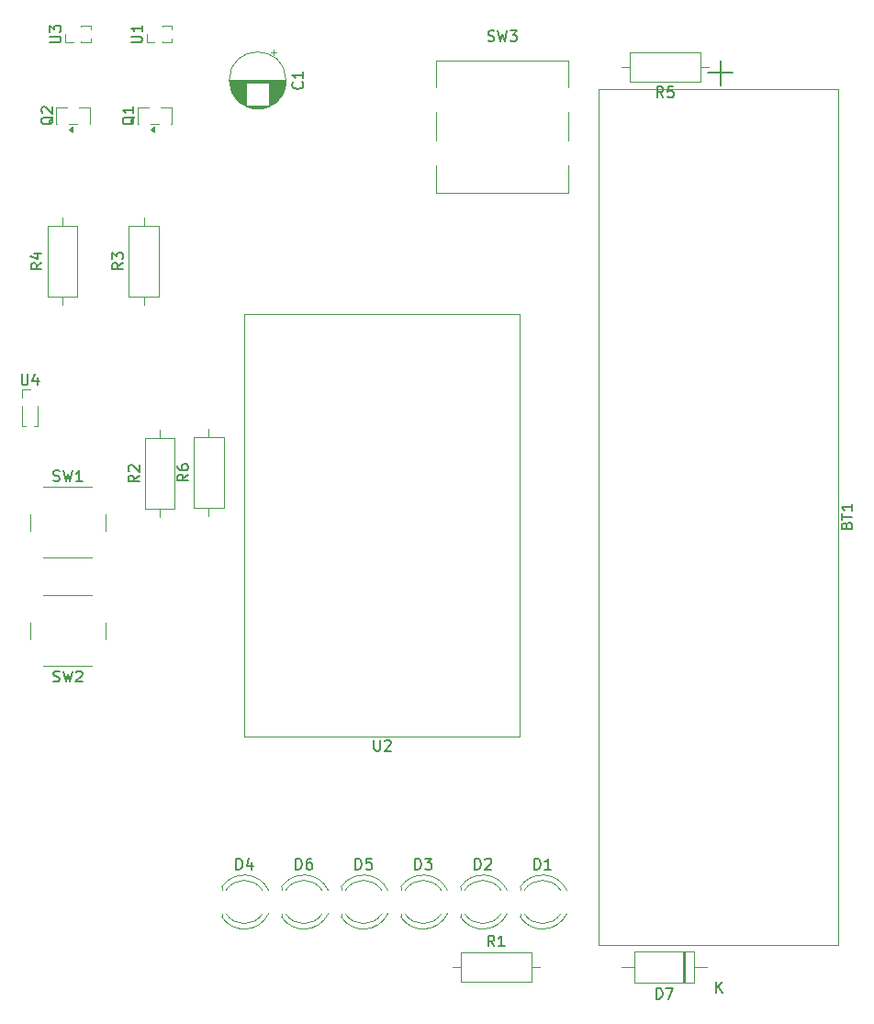
<source format=gbr>
%TF.GenerationSoftware,KiCad,Pcbnew,9.0.6*%
%TF.CreationDate,2025-12-27T01:17:39+02:00*%
%TF.ProjectId,StrikaballMultifunctionalDevice,53747269-6b61-4626-916c-6c4d756c7469,rev?*%
%TF.SameCoordinates,Original*%
%TF.FileFunction,Legend,Top*%
%TF.FilePolarity,Positive*%
%FSLAX46Y46*%
G04 Gerber Fmt 4.6, Leading zero omitted, Abs format (unit mm)*
G04 Created by KiCad (PCBNEW 9.0.6) date 2025-12-27 01:17:39*
%MOMM*%
%LPD*%
G01*
G04 APERTURE LIST*
%ADD10C,0.150000*%
%ADD11C,0.120000*%
G04 APERTURE END LIST*
D10*
X202331009Y-96785714D02*
X202378628Y-96642857D01*
X202378628Y-96642857D02*
X202426247Y-96595238D01*
X202426247Y-96595238D02*
X202521485Y-96547619D01*
X202521485Y-96547619D02*
X202664342Y-96547619D01*
X202664342Y-96547619D02*
X202759580Y-96595238D01*
X202759580Y-96595238D02*
X202807200Y-96642857D01*
X202807200Y-96642857D02*
X202854819Y-96738095D01*
X202854819Y-96738095D02*
X202854819Y-97119047D01*
X202854819Y-97119047D02*
X201854819Y-97119047D01*
X201854819Y-97119047D02*
X201854819Y-96785714D01*
X201854819Y-96785714D02*
X201902438Y-96690476D01*
X201902438Y-96690476D02*
X201950057Y-96642857D01*
X201950057Y-96642857D02*
X202045295Y-96595238D01*
X202045295Y-96595238D02*
X202140533Y-96595238D01*
X202140533Y-96595238D02*
X202235771Y-96642857D01*
X202235771Y-96642857D02*
X202283390Y-96690476D01*
X202283390Y-96690476D02*
X202331009Y-96785714D01*
X202331009Y-96785714D02*
X202331009Y-97119047D01*
X201854819Y-96261904D02*
X201854819Y-95690476D01*
X202854819Y-95976190D02*
X201854819Y-95976190D01*
X202854819Y-94833333D02*
X202854819Y-95404761D01*
X202854819Y-95119047D02*
X201854819Y-95119047D01*
X201854819Y-95119047D02*
X201997676Y-95214285D01*
X201997676Y-95214285D02*
X202092914Y-95309523D01*
X202092914Y-95309523D02*
X202140533Y-95404761D01*
X190687200Y-56192857D02*
X190687200Y-53907143D01*
X191830057Y-55050000D02*
X189544342Y-55050000D01*
X185413333Y-57324819D02*
X185080000Y-56848628D01*
X184841905Y-57324819D02*
X184841905Y-56324819D01*
X184841905Y-56324819D02*
X185222857Y-56324819D01*
X185222857Y-56324819D02*
X185318095Y-56372438D01*
X185318095Y-56372438D02*
X185365714Y-56420057D01*
X185365714Y-56420057D02*
X185413333Y-56515295D01*
X185413333Y-56515295D02*
X185413333Y-56658152D01*
X185413333Y-56658152D02*
X185365714Y-56753390D01*
X185365714Y-56753390D02*
X185318095Y-56801009D01*
X185318095Y-56801009D02*
X185222857Y-56848628D01*
X185222857Y-56848628D02*
X184841905Y-56848628D01*
X186318095Y-56324819D02*
X185841905Y-56324819D01*
X185841905Y-56324819D02*
X185794286Y-56801009D01*
X185794286Y-56801009D02*
X185841905Y-56753390D01*
X185841905Y-56753390D02*
X185937143Y-56705771D01*
X185937143Y-56705771D02*
X186175238Y-56705771D01*
X186175238Y-56705771D02*
X186270476Y-56753390D01*
X186270476Y-56753390D02*
X186318095Y-56801009D01*
X186318095Y-56801009D02*
X186365714Y-56896247D01*
X186365714Y-56896247D02*
X186365714Y-57134342D01*
X186365714Y-57134342D02*
X186318095Y-57229580D01*
X186318095Y-57229580D02*
X186270476Y-57277200D01*
X186270476Y-57277200D02*
X186175238Y-57324819D01*
X186175238Y-57324819D02*
X185937143Y-57324819D01*
X185937143Y-57324819D02*
X185841905Y-57277200D01*
X185841905Y-57277200D02*
X185794286Y-57229580D01*
X169246667Y-52107200D02*
X169389524Y-52154819D01*
X169389524Y-52154819D02*
X169627619Y-52154819D01*
X169627619Y-52154819D02*
X169722857Y-52107200D01*
X169722857Y-52107200D02*
X169770476Y-52059580D01*
X169770476Y-52059580D02*
X169818095Y-51964342D01*
X169818095Y-51964342D02*
X169818095Y-51869104D01*
X169818095Y-51869104D02*
X169770476Y-51773866D01*
X169770476Y-51773866D02*
X169722857Y-51726247D01*
X169722857Y-51726247D02*
X169627619Y-51678628D01*
X169627619Y-51678628D02*
X169437143Y-51631009D01*
X169437143Y-51631009D02*
X169341905Y-51583390D01*
X169341905Y-51583390D02*
X169294286Y-51535771D01*
X169294286Y-51535771D02*
X169246667Y-51440533D01*
X169246667Y-51440533D02*
X169246667Y-51345295D01*
X169246667Y-51345295D02*
X169294286Y-51250057D01*
X169294286Y-51250057D02*
X169341905Y-51202438D01*
X169341905Y-51202438D02*
X169437143Y-51154819D01*
X169437143Y-51154819D02*
X169675238Y-51154819D01*
X169675238Y-51154819D02*
X169818095Y-51202438D01*
X170151429Y-51154819D02*
X170389524Y-52154819D01*
X170389524Y-52154819D02*
X170580000Y-51440533D01*
X170580000Y-51440533D02*
X170770476Y-52154819D01*
X170770476Y-52154819D02*
X171008572Y-51154819D01*
X171294286Y-51154819D02*
X171913333Y-51154819D01*
X171913333Y-51154819D02*
X171580000Y-51535771D01*
X171580000Y-51535771D02*
X171722857Y-51535771D01*
X171722857Y-51535771D02*
X171818095Y-51583390D01*
X171818095Y-51583390D02*
X171865714Y-51631009D01*
X171865714Y-51631009D02*
X171913333Y-51726247D01*
X171913333Y-51726247D02*
X171913333Y-51964342D01*
X171913333Y-51964342D02*
X171865714Y-52059580D01*
X171865714Y-52059580D02*
X171818095Y-52107200D01*
X171818095Y-52107200D02*
X171722857Y-52154819D01*
X171722857Y-52154819D02*
X171437143Y-52154819D01*
X171437143Y-52154819D02*
X171341905Y-52107200D01*
X171341905Y-52107200D02*
X171294286Y-52059580D01*
X146031905Y-128494819D02*
X146031905Y-127494819D01*
X146031905Y-127494819D02*
X146270000Y-127494819D01*
X146270000Y-127494819D02*
X146412857Y-127542438D01*
X146412857Y-127542438D02*
X146508095Y-127637676D01*
X146508095Y-127637676D02*
X146555714Y-127732914D01*
X146555714Y-127732914D02*
X146603333Y-127923390D01*
X146603333Y-127923390D02*
X146603333Y-128066247D01*
X146603333Y-128066247D02*
X146555714Y-128256723D01*
X146555714Y-128256723D02*
X146508095Y-128351961D01*
X146508095Y-128351961D02*
X146412857Y-128447200D01*
X146412857Y-128447200D02*
X146270000Y-128494819D01*
X146270000Y-128494819D02*
X146031905Y-128494819D01*
X147460476Y-127828152D02*
X147460476Y-128494819D01*
X147222381Y-127447200D02*
X146984286Y-128161485D01*
X146984286Y-128161485D02*
X147603333Y-128161485D01*
X135584819Y-72586666D02*
X135108628Y-72919999D01*
X135584819Y-73158094D02*
X134584819Y-73158094D01*
X134584819Y-73158094D02*
X134584819Y-72777142D01*
X134584819Y-72777142D02*
X134632438Y-72681904D01*
X134632438Y-72681904D02*
X134680057Y-72634285D01*
X134680057Y-72634285D02*
X134775295Y-72586666D01*
X134775295Y-72586666D02*
X134918152Y-72586666D01*
X134918152Y-72586666D02*
X135013390Y-72634285D01*
X135013390Y-72634285D02*
X135061009Y-72681904D01*
X135061009Y-72681904D02*
X135108628Y-72777142D01*
X135108628Y-72777142D02*
X135108628Y-73158094D01*
X134584819Y-72253332D02*
X134584819Y-71634285D01*
X134584819Y-71634285D02*
X134965771Y-71967618D01*
X134965771Y-71967618D02*
X134965771Y-71824761D01*
X134965771Y-71824761D02*
X135013390Y-71729523D01*
X135013390Y-71729523D02*
X135061009Y-71681904D01*
X135061009Y-71681904D02*
X135156247Y-71634285D01*
X135156247Y-71634285D02*
X135394342Y-71634285D01*
X135394342Y-71634285D02*
X135489580Y-71681904D01*
X135489580Y-71681904D02*
X135537200Y-71729523D01*
X135537200Y-71729523D02*
X135584819Y-71824761D01*
X135584819Y-71824761D02*
X135584819Y-72110475D01*
X135584819Y-72110475D02*
X135537200Y-72205713D01*
X135537200Y-72205713D02*
X135489580Y-72253332D01*
X136344819Y-52261904D02*
X137154342Y-52261904D01*
X137154342Y-52261904D02*
X137249580Y-52214285D01*
X137249580Y-52214285D02*
X137297200Y-52166666D01*
X137297200Y-52166666D02*
X137344819Y-52071428D01*
X137344819Y-52071428D02*
X137344819Y-51880952D01*
X137344819Y-51880952D02*
X137297200Y-51785714D01*
X137297200Y-51785714D02*
X137249580Y-51738095D01*
X137249580Y-51738095D02*
X137154342Y-51690476D01*
X137154342Y-51690476D02*
X136344819Y-51690476D01*
X137344819Y-50690476D02*
X137344819Y-51261904D01*
X137344819Y-50976190D02*
X136344819Y-50976190D01*
X136344819Y-50976190D02*
X136487676Y-51071428D01*
X136487676Y-51071428D02*
X136582914Y-51166666D01*
X136582914Y-51166666D02*
X136630533Y-51261904D01*
X137084819Y-92166666D02*
X136608628Y-92499999D01*
X137084819Y-92738094D02*
X136084819Y-92738094D01*
X136084819Y-92738094D02*
X136084819Y-92357142D01*
X136084819Y-92357142D02*
X136132438Y-92261904D01*
X136132438Y-92261904D02*
X136180057Y-92214285D01*
X136180057Y-92214285D02*
X136275295Y-92166666D01*
X136275295Y-92166666D02*
X136418152Y-92166666D01*
X136418152Y-92166666D02*
X136513390Y-92214285D01*
X136513390Y-92214285D02*
X136561009Y-92261904D01*
X136561009Y-92261904D02*
X136608628Y-92357142D01*
X136608628Y-92357142D02*
X136608628Y-92738094D01*
X136180057Y-91785713D02*
X136132438Y-91738094D01*
X136132438Y-91738094D02*
X136084819Y-91642856D01*
X136084819Y-91642856D02*
X136084819Y-91404761D01*
X136084819Y-91404761D02*
X136132438Y-91309523D01*
X136132438Y-91309523D02*
X136180057Y-91261904D01*
X136180057Y-91261904D02*
X136275295Y-91214285D01*
X136275295Y-91214285D02*
X136370533Y-91214285D01*
X136370533Y-91214285D02*
X136513390Y-91261904D01*
X136513390Y-91261904D02*
X137084819Y-91833332D01*
X137084819Y-91833332D02*
X137084819Y-91214285D01*
X136650057Y-59095238D02*
X136602438Y-59190476D01*
X136602438Y-59190476D02*
X136507200Y-59285714D01*
X136507200Y-59285714D02*
X136364342Y-59428571D01*
X136364342Y-59428571D02*
X136316723Y-59523809D01*
X136316723Y-59523809D02*
X136316723Y-59619047D01*
X136554819Y-59571428D02*
X136507200Y-59666666D01*
X136507200Y-59666666D02*
X136411961Y-59761904D01*
X136411961Y-59761904D02*
X136221485Y-59809523D01*
X136221485Y-59809523D02*
X135888152Y-59809523D01*
X135888152Y-59809523D02*
X135697676Y-59761904D01*
X135697676Y-59761904D02*
X135602438Y-59666666D01*
X135602438Y-59666666D02*
X135554819Y-59571428D01*
X135554819Y-59571428D02*
X135554819Y-59380952D01*
X135554819Y-59380952D02*
X135602438Y-59285714D01*
X135602438Y-59285714D02*
X135697676Y-59190476D01*
X135697676Y-59190476D02*
X135888152Y-59142857D01*
X135888152Y-59142857D02*
X136221485Y-59142857D01*
X136221485Y-59142857D02*
X136411961Y-59190476D01*
X136411961Y-59190476D02*
X136507200Y-59285714D01*
X136507200Y-59285714D02*
X136554819Y-59380952D01*
X136554819Y-59380952D02*
X136554819Y-59571428D01*
X136554819Y-58190476D02*
X136554819Y-58761904D01*
X136554819Y-58476190D02*
X135554819Y-58476190D01*
X135554819Y-58476190D02*
X135697676Y-58571428D01*
X135697676Y-58571428D02*
X135792914Y-58666666D01*
X135792914Y-58666666D02*
X135840533Y-58761904D01*
X169833333Y-135584819D02*
X169500000Y-135108628D01*
X169261905Y-135584819D02*
X169261905Y-134584819D01*
X169261905Y-134584819D02*
X169642857Y-134584819D01*
X169642857Y-134584819D02*
X169738095Y-134632438D01*
X169738095Y-134632438D02*
X169785714Y-134680057D01*
X169785714Y-134680057D02*
X169833333Y-134775295D01*
X169833333Y-134775295D02*
X169833333Y-134918152D01*
X169833333Y-134918152D02*
X169785714Y-135013390D01*
X169785714Y-135013390D02*
X169738095Y-135061009D01*
X169738095Y-135061009D02*
X169642857Y-135108628D01*
X169642857Y-135108628D02*
X169261905Y-135108628D01*
X170785714Y-135584819D02*
X170214286Y-135584819D01*
X170500000Y-135584819D02*
X170500000Y-134584819D01*
X170500000Y-134584819D02*
X170404762Y-134727676D01*
X170404762Y-134727676D02*
X170309524Y-134822914D01*
X170309524Y-134822914D02*
X170214286Y-134870533D01*
X129166667Y-92657200D02*
X129309524Y-92704819D01*
X129309524Y-92704819D02*
X129547619Y-92704819D01*
X129547619Y-92704819D02*
X129642857Y-92657200D01*
X129642857Y-92657200D02*
X129690476Y-92609580D01*
X129690476Y-92609580D02*
X129738095Y-92514342D01*
X129738095Y-92514342D02*
X129738095Y-92419104D01*
X129738095Y-92419104D02*
X129690476Y-92323866D01*
X129690476Y-92323866D02*
X129642857Y-92276247D01*
X129642857Y-92276247D02*
X129547619Y-92228628D01*
X129547619Y-92228628D02*
X129357143Y-92181009D01*
X129357143Y-92181009D02*
X129261905Y-92133390D01*
X129261905Y-92133390D02*
X129214286Y-92085771D01*
X129214286Y-92085771D02*
X129166667Y-91990533D01*
X129166667Y-91990533D02*
X129166667Y-91895295D01*
X129166667Y-91895295D02*
X129214286Y-91800057D01*
X129214286Y-91800057D02*
X129261905Y-91752438D01*
X129261905Y-91752438D02*
X129357143Y-91704819D01*
X129357143Y-91704819D02*
X129595238Y-91704819D01*
X129595238Y-91704819D02*
X129738095Y-91752438D01*
X130071429Y-91704819D02*
X130309524Y-92704819D01*
X130309524Y-92704819D02*
X130500000Y-91990533D01*
X130500000Y-91990533D02*
X130690476Y-92704819D01*
X130690476Y-92704819D02*
X130928572Y-91704819D01*
X131833333Y-92704819D02*
X131261905Y-92704819D01*
X131547619Y-92704819D02*
X131547619Y-91704819D01*
X131547619Y-91704819D02*
X131452381Y-91847676D01*
X131452381Y-91847676D02*
X131357143Y-91942914D01*
X131357143Y-91942914D02*
X131261905Y-91990533D01*
X173531905Y-128494819D02*
X173531905Y-127494819D01*
X173531905Y-127494819D02*
X173770000Y-127494819D01*
X173770000Y-127494819D02*
X173912857Y-127542438D01*
X173912857Y-127542438D02*
X174008095Y-127637676D01*
X174008095Y-127637676D02*
X174055714Y-127732914D01*
X174055714Y-127732914D02*
X174103333Y-127923390D01*
X174103333Y-127923390D02*
X174103333Y-128066247D01*
X174103333Y-128066247D02*
X174055714Y-128256723D01*
X174055714Y-128256723D02*
X174008095Y-128351961D01*
X174008095Y-128351961D02*
X173912857Y-128447200D01*
X173912857Y-128447200D02*
X173770000Y-128494819D01*
X173770000Y-128494819D02*
X173531905Y-128494819D01*
X175055714Y-128494819D02*
X174484286Y-128494819D01*
X174770000Y-128494819D02*
X174770000Y-127494819D01*
X174770000Y-127494819D02*
X174674762Y-127637676D01*
X174674762Y-127637676D02*
X174579524Y-127732914D01*
X174579524Y-127732914D02*
X174484286Y-127780533D01*
X128844819Y-52261904D02*
X129654342Y-52261904D01*
X129654342Y-52261904D02*
X129749580Y-52214285D01*
X129749580Y-52214285D02*
X129797200Y-52166666D01*
X129797200Y-52166666D02*
X129844819Y-52071428D01*
X129844819Y-52071428D02*
X129844819Y-51880952D01*
X129844819Y-51880952D02*
X129797200Y-51785714D01*
X129797200Y-51785714D02*
X129749580Y-51738095D01*
X129749580Y-51738095D02*
X129654342Y-51690476D01*
X129654342Y-51690476D02*
X128844819Y-51690476D01*
X128844819Y-51309523D02*
X128844819Y-50690476D01*
X128844819Y-50690476D02*
X129225771Y-51023809D01*
X129225771Y-51023809D02*
X129225771Y-50880952D01*
X129225771Y-50880952D02*
X129273390Y-50785714D01*
X129273390Y-50785714D02*
X129321009Y-50738095D01*
X129321009Y-50738095D02*
X129416247Y-50690476D01*
X129416247Y-50690476D02*
X129654342Y-50690476D01*
X129654342Y-50690476D02*
X129749580Y-50738095D01*
X129749580Y-50738095D02*
X129797200Y-50785714D01*
X129797200Y-50785714D02*
X129844819Y-50880952D01*
X129844819Y-50880952D02*
X129844819Y-51166666D01*
X129844819Y-51166666D02*
X129797200Y-51261904D01*
X129797200Y-51261904D02*
X129749580Y-51309523D01*
X141584819Y-92086666D02*
X141108628Y-92419999D01*
X141584819Y-92658094D02*
X140584819Y-92658094D01*
X140584819Y-92658094D02*
X140584819Y-92277142D01*
X140584819Y-92277142D02*
X140632438Y-92181904D01*
X140632438Y-92181904D02*
X140680057Y-92134285D01*
X140680057Y-92134285D02*
X140775295Y-92086666D01*
X140775295Y-92086666D02*
X140918152Y-92086666D01*
X140918152Y-92086666D02*
X141013390Y-92134285D01*
X141013390Y-92134285D02*
X141061009Y-92181904D01*
X141061009Y-92181904D02*
X141108628Y-92277142D01*
X141108628Y-92277142D02*
X141108628Y-92658094D01*
X140584819Y-91229523D02*
X140584819Y-91419999D01*
X140584819Y-91419999D02*
X140632438Y-91515237D01*
X140632438Y-91515237D02*
X140680057Y-91562856D01*
X140680057Y-91562856D02*
X140822914Y-91658094D01*
X140822914Y-91658094D02*
X141013390Y-91705713D01*
X141013390Y-91705713D02*
X141394342Y-91705713D01*
X141394342Y-91705713D02*
X141489580Y-91658094D01*
X141489580Y-91658094D02*
X141537200Y-91610475D01*
X141537200Y-91610475D02*
X141584819Y-91515237D01*
X141584819Y-91515237D02*
X141584819Y-91324761D01*
X141584819Y-91324761D02*
X141537200Y-91229523D01*
X141537200Y-91229523D02*
X141489580Y-91181904D01*
X141489580Y-91181904D02*
X141394342Y-91134285D01*
X141394342Y-91134285D02*
X141156247Y-91134285D01*
X141156247Y-91134285D02*
X141061009Y-91181904D01*
X141061009Y-91181904D02*
X141013390Y-91229523D01*
X141013390Y-91229523D02*
X140965771Y-91324761D01*
X140965771Y-91324761D02*
X140965771Y-91515237D01*
X140965771Y-91515237D02*
X141013390Y-91610475D01*
X141013390Y-91610475D02*
X141061009Y-91658094D01*
X141061009Y-91658094D02*
X141156247Y-91705713D01*
X126238095Y-82844819D02*
X126238095Y-83654342D01*
X126238095Y-83654342D02*
X126285714Y-83749580D01*
X126285714Y-83749580D02*
X126333333Y-83797200D01*
X126333333Y-83797200D02*
X126428571Y-83844819D01*
X126428571Y-83844819D02*
X126619047Y-83844819D01*
X126619047Y-83844819D02*
X126714285Y-83797200D01*
X126714285Y-83797200D02*
X126761904Y-83749580D01*
X126761904Y-83749580D02*
X126809523Y-83654342D01*
X126809523Y-83654342D02*
X126809523Y-82844819D01*
X127714285Y-83178152D02*
X127714285Y-83844819D01*
X127476190Y-82797200D02*
X127238095Y-83511485D01*
X127238095Y-83511485D02*
X127857142Y-83511485D01*
X129166667Y-111157200D02*
X129309524Y-111204819D01*
X129309524Y-111204819D02*
X129547619Y-111204819D01*
X129547619Y-111204819D02*
X129642857Y-111157200D01*
X129642857Y-111157200D02*
X129690476Y-111109580D01*
X129690476Y-111109580D02*
X129738095Y-111014342D01*
X129738095Y-111014342D02*
X129738095Y-110919104D01*
X129738095Y-110919104D02*
X129690476Y-110823866D01*
X129690476Y-110823866D02*
X129642857Y-110776247D01*
X129642857Y-110776247D02*
X129547619Y-110728628D01*
X129547619Y-110728628D02*
X129357143Y-110681009D01*
X129357143Y-110681009D02*
X129261905Y-110633390D01*
X129261905Y-110633390D02*
X129214286Y-110585771D01*
X129214286Y-110585771D02*
X129166667Y-110490533D01*
X129166667Y-110490533D02*
X129166667Y-110395295D01*
X129166667Y-110395295D02*
X129214286Y-110300057D01*
X129214286Y-110300057D02*
X129261905Y-110252438D01*
X129261905Y-110252438D02*
X129357143Y-110204819D01*
X129357143Y-110204819D02*
X129595238Y-110204819D01*
X129595238Y-110204819D02*
X129738095Y-110252438D01*
X130071429Y-110204819D02*
X130309524Y-111204819D01*
X130309524Y-111204819D02*
X130500000Y-110490533D01*
X130500000Y-110490533D02*
X130690476Y-111204819D01*
X130690476Y-111204819D02*
X130928572Y-110204819D01*
X131261905Y-110300057D02*
X131309524Y-110252438D01*
X131309524Y-110252438D02*
X131404762Y-110204819D01*
X131404762Y-110204819D02*
X131642857Y-110204819D01*
X131642857Y-110204819D02*
X131738095Y-110252438D01*
X131738095Y-110252438D02*
X131785714Y-110300057D01*
X131785714Y-110300057D02*
X131833333Y-110395295D01*
X131833333Y-110395295D02*
X131833333Y-110490533D01*
X131833333Y-110490533D02*
X131785714Y-110633390D01*
X131785714Y-110633390D02*
X131214286Y-111204819D01*
X131214286Y-111204819D02*
X131833333Y-111204819D01*
X151531905Y-128494819D02*
X151531905Y-127494819D01*
X151531905Y-127494819D02*
X151770000Y-127494819D01*
X151770000Y-127494819D02*
X151912857Y-127542438D01*
X151912857Y-127542438D02*
X152008095Y-127637676D01*
X152008095Y-127637676D02*
X152055714Y-127732914D01*
X152055714Y-127732914D02*
X152103333Y-127923390D01*
X152103333Y-127923390D02*
X152103333Y-128066247D01*
X152103333Y-128066247D02*
X152055714Y-128256723D01*
X152055714Y-128256723D02*
X152008095Y-128351961D01*
X152008095Y-128351961D02*
X151912857Y-128447200D01*
X151912857Y-128447200D02*
X151770000Y-128494819D01*
X151770000Y-128494819D02*
X151531905Y-128494819D01*
X152960476Y-127494819D02*
X152770000Y-127494819D01*
X152770000Y-127494819D02*
X152674762Y-127542438D01*
X152674762Y-127542438D02*
X152627143Y-127590057D01*
X152627143Y-127590057D02*
X152531905Y-127732914D01*
X152531905Y-127732914D02*
X152484286Y-127923390D01*
X152484286Y-127923390D02*
X152484286Y-128304342D01*
X152484286Y-128304342D02*
X152531905Y-128399580D01*
X152531905Y-128399580D02*
X152579524Y-128447200D01*
X152579524Y-128447200D02*
X152674762Y-128494819D01*
X152674762Y-128494819D02*
X152865238Y-128494819D01*
X152865238Y-128494819D02*
X152960476Y-128447200D01*
X152960476Y-128447200D02*
X153008095Y-128399580D01*
X153008095Y-128399580D02*
X153055714Y-128304342D01*
X153055714Y-128304342D02*
X153055714Y-128066247D01*
X153055714Y-128066247D02*
X153008095Y-127971009D01*
X153008095Y-127971009D02*
X152960476Y-127923390D01*
X152960476Y-127923390D02*
X152865238Y-127875771D01*
X152865238Y-127875771D02*
X152674762Y-127875771D01*
X152674762Y-127875771D02*
X152579524Y-127923390D01*
X152579524Y-127923390D02*
X152531905Y-127971009D01*
X152531905Y-127971009D02*
X152484286Y-128066247D01*
X184761905Y-140424819D02*
X184761905Y-139424819D01*
X184761905Y-139424819D02*
X185000000Y-139424819D01*
X185000000Y-139424819D02*
X185142857Y-139472438D01*
X185142857Y-139472438D02*
X185238095Y-139567676D01*
X185238095Y-139567676D02*
X185285714Y-139662914D01*
X185285714Y-139662914D02*
X185333333Y-139853390D01*
X185333333Y-139853390D02*
X185333333Y-139996247D01*
X185333333Y-139996247D02*
X185285714Y-140186723D01*
X185285714Y-140186723D02*
X185238095Y-140281961D01*
X185238095Y-140281961D02*
X185142857Y-140377200D01*
X185142857Y-140377200D02*
X185000000Y-140424819D01*
X185000000Y-140424819D02*
X184761905Y-140424819D01*
X185666667Y-139424819D02*
X186333333Y-139424819D01*
X186333333Y-139424819D02*
X185904762Y-140424819D01*
X190318095Y-139854819D02*
X190318095Y-138854819D01*
X190889523Y-139854819D02*
X190460952Y-139283390D01*
X190889523Y-138854819D02*
X190318095Y-139426247D01*
X162531905Y-128494819D02*
X162531905Y-127494819D01*
X162531905Y-127494819D02*
X162770000Y-127494819D01*
X162770000Y-127494819D02*
X162912857Y-127542438D01*
X162912857Y-127542438D02*
X163008095Y-127637676D01*
X163008095Y-127637676D02*
X163055714Y-127732914D01*
X163055714Y-127732914D02*
X163103333Y-127923390D01*
X163103333Y-127923390D02*
X163103333Y-128066247D01*
X163103333Y-128066247D02*
X163055714Y-128256723D01*
X163055714Y-128256723D02*
X163008095Y-128351961D01*
X163008095Y-128351961D02*
X162912857Y-128447200D01*
X162912857Y-128447200D02*
X162770000Y-128494819D01*
X162770000Y-128494819D02*
X162531905Y-128494819D01*
X163436667Y-127494819D02*
X164055714Y-127494819D01*
X164055714Y-127494819D02*
X163722381Y-127875771D01*
X163722381Y-127875771D02*
X163865238Y-127875771D01*
X163865238Y-127875771D02*
X163960476Y-127923390D01*
X163960476Y-127923390D02*
X164008095Y-127971009D01*
X164008095Y-127971009D02*
X164055714Y-128066247D01*
X164055714Y-128066247D02*
X164055714Y-128304342D01*
X164055714Y-128304342D02*
X164008095Y-128399580D01*
X164008095Y-128399580D02*
X163960476Y-128447200D01*
X163960476Y-128447200D02*
X163865238Y-128494819D01*
X163865238Y-128494819D02*
X163579524Y-128494819D01*
X163579524Y-128494819D02*
X163484286Y-128447200D01*
X163484286Y-128447200D02*
X163436667Y-128399580D01*
X129150057Y-59095238D02*
X129102438Y-59190476D01*
X129102438Y-59190476D02*
X129007200Y-59285714D01*
X129007200Y-59285714D02*
X128864342Y-59428571D01*
X128864342Y-59428571D02*
X128816723Y-59523809D01*
X128816723Y-59523809D02*
X128816723Y-59619047D01*
X129054819Y-59571428D02*
X129007200Y-59666666D01*
X129007200Y-59666666D02*
X128911961Y-59761904D01*
X128911961Y-59761904D02*
X128721485Y-59809523D01*
X128721485Y-59809523D02*
X128388152Y-59809523D01*
X128388152Y-59809523D02*
X128197676Y-59761904D01*
X128197676Y-59761904D02*
X128102438Y-59666666D01*
X128102438Y-59666666D02*
X128054819Y-59571428D01*
X128054819Y-59571428D02*
X128054819Y-59380952D01*
X128054819Y-59380952D02*
X128102438Y-59285714D01*
X128102438Y-59285714D02*
X128197676Y-59190476D01*
X128197676Y-59190476D02*
X128388152Y-59142857D01*
X128388152Y-59142857D02*
X128721485Y-59142857D01*
X128721485Y-59142857D02*
X128911961Y-59190476D01*
X128911961Y-59190476D02*
X129007200Y-59285714D01*
X129007200Y-59285714D02*
X129054819Y-59380952D01*
X129054819Y-59380952D02*
X129054819Y-59571428D01*
X128150057Y-58761904D02*
X128102438Y-58714285D01*
X128102438Y-58714285D02*
X128054819Y-58619047D01*
X128054819Y-58619047D02*
X128054819Y-58380952D01*
X128054819Y-58380952D02*
X128102438Y-58285714D01*
X128102438Y-58285714D02*
X128150057Y-58238095D01*
X128150057Y-58238095D02*
X128245295Y-58190476D01*
X128245295Y-58190476D02*
X128340533Y-58190476D01*
X128340533Y-58190476D02*
X128483390Y-58238095D01*
X128483390Y-58238095D02*
X129054819Y-58809523D01*
X129054819Y-58809523D02*
X129054819Y-58190476D01*
X168031905Y-128494819D02*
X168031905Y-127494819D01*
X168031905Y-127494819D02*
X168270000Y-127494819D01*
X168270000Y-127494819D02*
X168412857Y-127542438D01*
X168412857Y-127542438D02*
X168508095Y-127637676D01*
X168508095Y-127637676D02*
X168555714Y-127732914D01*
X168555714Y-127732914D02*
X168603333Y-127923390D01*
X168603333Y-127923390D02*
X168603333Y-128066247D01*
X168603333Y-128066247D02*
X168555714Y-128256723D01*
X168555714Y-128256723D02*
X168508095Y-128351961D01*
X168508095Y-128351961D02*
X168412857Y-128447200D01*
X168412857Y-128447200D02*
X168270000Y-128494819D01*
X168270000Y-128494819D02*
X168031905Y-128494819D01*
X168984286Y-127590057D02*
X169031905Y-127542438D01*
X169031905Y-127542438D02*
X169127143Y-127494819D01*
X169127143Y-127494819D02*
X169365238Y-127494819D01*
X169365238Y-127494819D02*
X169460476Y-127542438D01*
X169460476Y-127542438D02*
X169508095Y-127590057D01*
X169508095Y-127590057D02*
X169555714Y-127685295D01*
X169555714Y-127685295D02*
X169555714Y-127780533D01*
X169555714Y-127780533D02*
X169508095Y-127923390D01*
X169508095Y-127923390D02*
X168936667Y-128494819D01*
X168936667Y-128494819D02*
X169555714Y-128494819D01*
X157031905Y-128494819D02*
X157031905Y-127494819D01*
X157031905Y-127494819D02*
X157270000Y-127494819D01*
X157270000Y-127494819D02*
X157412857Y-127542438D01*
X157412857Y-127542438D02*
X157508095Y-127637676D01*
X157508095Y-127637676D02*
X157555714Y-127732914D01*
X157555714Y-127732914D02*
X157603333Y-127923390D01*
X157603333Y-127923390D02*
X157603333Y-128066247D01*
X157603333Y-128066247D02*
X157555714Y-128256723D01*
X157555714Y-128256723D02*
X157508095Y-128351961D01*
X157508095Y-128351961D02*
X157412857Y-128447200D01*
X157412857Y-128447200D02*
X157270000Y-128494819D01*
X157270000Y-128494819D02*
X157031905Y-128494819D01*
X158508095Y-127494819D02*
X158031905Y-127494819D01*
X158031905Y-127494819D02*
X157984286Y-127971009D01*
X157984286Y-127971009D02*
X158031905Y-127923390D01*
X158031905Y-127923390D02*
X158127143Y-127875771D01*
X158127143Y-127875771D02*
X158365238Y-127875771D01*
X158365238Y-127875771D02*
X158460476Y-127923390D01*
X158460476Y-127923390D02*
X158508095Y-127971009D01*
X158508095Y-127971009D02*
X158555714Y-128066247D01*
X158555714Y-128066247D02*
X158555714Y-128304342D01*
X158555714Y-128304342D02*
X158508095Y-128399580D01*
X158508095Y-128399580D02*
X158460476Y-128447200D01*
X158460476Y-128447200D02*
X158365238Y-128494819D01*
X158365238Y-128494819D02*
X158127143Y-128494819D01*
X158127143Y-128494819D02*
X158031905Y-128447200D01*
X158031905Y-128447200D02*
X157984286Y-128399580D01*
X158738095Y-116559819D02*
X158738095Y-117369342D01*
X158738095Y-117369342D02*
X158785714Y-117464580D01*
X158785714Y-117464580D02*
X158833333Y-117512200D01*
X158833333Y-117512200D02*
X158928571Y-117559819D01*
X158928571Y-117559819D02*
X159119047Y-117559819D01*
X159119047Y-117559819D02*
X159214285Y-117512200D01*
X159214285Y-117512200D02*
X159261904Y-117464580D01*
X159261904Y-117464580D02*
X159309523Y-117369342D01*
X159309523Y-117369342D02*
X159309523Y-116559819D01*
X159738095Y-116655057D02*
X159785714Y-116607438D01*
X159785714Y-116607438D02*
X159880952Y-116559819D01*
X159880952Y-116559819D02*
X160119047Y-116559819D01*
X160119047Y-116559819D02*
X160214285Y-116607438D01*
X160214285Y-116607438D02*
X160261904Y-116655057D01*
X160261904Y-116655057D02*
X160309523Y-116750295D01*
X160309523Y-116750295D02*
X160309523Y-116845533D01*
X160309523Y-116845533D02*
X160261904Y-116988390D01*
X160261904Y-116988390D02*
X159690476Y-117559819D01*
X159690476Y-117559819D02*
X160309523Y-117559819D01*
X152109580Y-55916666D02*
X152157200Y-55964285D01*
X152157200Y-55964285D02*
X152204819Y-56107142D01*
X152204819Y-56107142D02*
X152204819Y-56202380D01*
X152204819Y-56202380D02*
X152157200Y-56345237D01*
X152157200Y-56345237D02*
X152061961Y-56440475D01*
X152061961Y-56440475D02*
X151966723Y-56488094D01*
X151966723Y-56488094D02*
X151776247Y-56535713D01*
X151776247Y-56535713D02*
X151633390Y-56535713D01*
X151633390Y-56535713D02*
X151442914Y-56488094D01*
X151442914Y-56488094D02*
X151347676Y-56440475D01*
X151347676Y-56440475D02*
X151252438Y-56345237D01*
X151252438Y-56345237D02*
X151204819Y-56202380D01*
X151204819Y-56202380D02*
X151204819Y-56107142D01*
X151204819Y-56107142D02*
X151252438Y-55964285D01*
X151252438Y-55964285D02*
X151300057Y-55916666D01*
X152204819Y-54964285D02*
X152204819Y-55535713D01*
X152204819Y-55249999D02*
X151204819Y-55249999D01*
X151204819Y-55249999D02*
X151347676Y-55345237D01*
X151347676Y-55345237D02*
X151442914Y-55440475D01*
X151442914Y-55440475D02*
X151490533Y-55535713D01*
X128084819Y-72586666D02*
X127608628Y-72919999D01*
X128084819Y-73158094D02*
X127084819Y-73158094D01*
X127084819Y-73158094D02*
X127084819Y-72777142D01*
X127084819Y-72777142D02*
X127132438Y-72681904D01*
X127132438Y-72681904D02*
X127180057Y-72634285D01*
X127180057Y-72634285D02*
X127275295Y-72586666D01*
X127275295Y-72586666D02*
X127418152Y-72586666D01*
X127418152Y-72586666D02*
X127513390Y-72634285D01*
X127513390Y-72634285D02*
X127561009Y-72681904D01*
X127561009Y-72681904D02*
X127608628Y-72777142D01*
X127608628Y-72777142D02*
X127608628Y-73158094D01*
X127418152Y-71729523D02*
X128084819Y-71729523D01*
X127037200Y-71967618D02*
X127751485Y-72205713D01*
X127751485Y-72205713D02*
X127751485Y-71586666D01*
D11*
%TO.C,BT1*%
X179440000Y-56540000D02*
X201560000Y-56540000D01*
X179440000Y-135460000D02*
X179440000Y-56540000D01*
X201560000Y-56540000D02*
X201560000Y-135460000D01*
X201560000Y-135460000D02*
X179440000Y-135460000D01*
%TO.C,R5*%
X181540000Y-54500000D02*
X182310000Y-54500000D01*
X189620000Y-54500000D02*
X188850000Y-54500000D01*
X188850000Y-55870000D02*
X182310000Y-55870000D01*
X182310000Y-53130000D01*
X188850000Y-53130000D01*
X188850000Y-55870000D01*
%TO.C,SW3*%
X164470000Y-53890000D02*
X164470000Y-56400000D01*
X164470000Y-53890000D02*
X176690000Y-53890000D01*
X164470000Y-58700000D02*
X164470000Y-61300000D01*
X164470000Y-63600000D02*
X164470000Y-66110000D01*
X176690000Y-53890000D02*
X176690000Y-56400000D01*
X176690000Y-58700000D02*
X176690000Y-61300000D01*
X176690000Y-63600000D02*
X176690000Y-66110000D01*
X176690000Y-66110000D02*
X164470000Y-66110000D01*
%TO.C,D4*%
X144710000Y-130101000D02*
X144710000Y-130420000D01*
X144710000Y-132580000D02*
X144710000Y-132899000D01*
X144710000Y-130101251D02*
G75*
G02*
X149013591Y-130420000I2060000J-1398749D01*
G01*
X145086670Y-130420000D02*
G75*
G02*
X148453330Y-130420000I1683330J-1080000D01*
G01*
X148453330Y-132580000D02*
G75*
G02*
X145086670Y-132580000I-1683330J1080000D01*
G01*
X149013591Y-132580000D02*
G75*
G02*
X144710000Y-132898749I-2243591J1080000D01*
G01*
%TO.C,R3*%
X137500000Y-68380000D02*
X137500000Y-69150000D01*
X137500000Y-76460000D02*
X137500000Y-75690000D01*
X136130000Y-75690000D02*
X138870000Y-75690000D01*
X138870000Y-69150000D01*
X136130000Y-69150000D01*
X136130000Y-75690000D01*
%TO.C,U1*%
X137765000Y-52245000D02*
X137765000Y-51500000D01*
X138500000Y-52245000D02*
X137765000Y-52245000D01*
X139235000Y-50755000D02*
X140110000Y-50755000D01*
X139235000Y-50814435D02*
X139235000Y-50755000D01*
X139235000Y-52245000D02*
X139235000Y-52185565D01*
X139235000Y-52245000D02*
X140110000Y-52245000D01*
X140110000Y-51089970D02*
X140110000Y-50755000D01*
X140110000Y-52245000D02*
X140110000Y-51910030D01*
%TO.C,R2*%
X139000000Y-87960000D02*
X139000000Y-88730000D01*
X139000000Y-96040000D02*
X139000000Y-95270000D01*
X137630000Y-95270000D02*
X140370000Y-95270000D01*
X140370000Y-88730000D01*
X137630000Y-88730000D01*
X137630000Y-95270000D01*
%TO.C,Q1*%
X136940000Y-58240000D02*
X137940000Y-58240000D01*
X136940000Y-59760000D02*
X136940000Y-58240000D01*
X136990000Y-59760000D02*
X136940000Y-59760000D01*
X138890000Y-59760000D02*
X138110000Y-59760000D01*
X139060000Y-58240000D02*
X140060000Y-58240000D01*
X140060000Y-58240000D02*
X140060000Y-59760000D01*
X140060000Y-59760000D02*
X140010000Y-59760000D01*
X138450000Y-60540000D02*
X138120000Y-60300000D01*
X138450000Y-60060000D01*
X138450000Y-60540000D01*
G36*
X138450000Y-60540000D02*
G01*
X138120000Y-60300000D01*
X138450000Y-60060000D01*
X138450000Y-60540000D01*
G37*
%TO.C,R1*%
X165960000Y-137500000D02*
X166730000Y-137500000D01*
X174040000Y-137500000D02*
X173270000Y-137500000D01*
X166730000Y-136130000D02*
X173270000Y-136130000D01*
X173270000Y-138870000D01*
X166730000Y-138870000D01*
X166730000Y-136130000D01*
%TO.C,SW1*%
X127000000Y-95750000D02*
X127000000Y-97250000D01*
X128250000Y-99750000D02*
X132750000Y-99750000D01*
X132750000Y-93250000D02*
X128250000Y-93250000D01*
X134000000Y-97250000D02*
X134000000Y-95750000D01*
%TO.C,D1*%
X172210000Y-130101000D02*
X172210000Y-130420000D01*
X172210000Y-132580000D02*
X172210000Y-132899000D01*
X172210000Y-130101251D02*
G75*
G02*
X176513591Y-130420000I2060000J-1398749D01*
G01*
X172586670Y-130420000D02*
G75*
G02*
X175953330Y-130420000I1683330J-1080000D01*
G01*
X175953330Y-132580000D02*
G75*
G02*
X172586670Y-132580000I-1683330J1080000D01*
G01*
X176513591Y-132580000D02*
G75*
G02*
X172210000Y-132898749I-2243591J1080000D01*
G01*
%TO.C,U3*%
X130265000Y-52245000D02*
X130265000Y-51500000D01*
X131000000Y-52245000D02*
X130265000Y-52245000D01*
X131735000Y-50755000D02*
X132610000Y-50755000D01*
X131735000Y-50814435D02*
X131735000Y-50755000D01*
X131735000Y-52245000D02*
X131735000Y-52185565D01*
X131735000Y-52245000D02*
X132610000Y-52245000D01*
X132610000Y-51089970D02*
X132610000Y-50755000D01*
X132610000Y-52245000D02*
X132610000Y-51910030D01*
%TO.C,R6*%
X143500000Y-87880000D02*
X143500000Y-88650000D01*
X143500000Y-95960000D02*
X143500000Y-95190000D01*
X142130000Y-95190000D02*
X144870000Y-95190000D01*
X144870000Y-88650000D01*
X142130000Y-88650000D01*
X142130000Y-95190000D01*
%TO.C,U4*%
X126255000Y-84265000D02*
X127000000Y-84265000D01*
X126255000Y-85000000D02*
X126255000Y-84265000D01*
X126255000Y-85735000D02*
X126255000Y-87610000D01*
X126255000Y-85735000D02*
X126314435Y-85735000D01*
X126255000Y-87610000D02*
X126589970Y-87610000D01*
X127410030Y-87610000D02*
X127745000Y-87610000D01*
X127685565Y-85735000D02*
X127745000Y-85735000D01*
X127745000Y-85735000D02*
X127745000Y-87610000D01*
%TO.C,SW2*%
X127000000Y-105750000D02*
X127000000Y-107250000D01*
X128250000Y-109750000D02*
X132750000Y-109750000D01*
X132750000Y-103250000D02*
X128250000Y-103250000D01*
X134000000Y-107250000D02*
X134000000Y-105750000D01*
%TO.C,D6*%
X150210000Y-130101000D02*
X150210000Y-130420000D01*
X150210000Y-132580000D02*
X150210000Y-132899000D01*
X150210000Y-130101251D02*
G75*
G02*
X154513591Y-130420000I2060000J-1398749D01*
G01*
X150586670Y-130420000D02*
G75*
G02*
X153953330Y-130420000I1683330J-1080000D01*
G01*
X153953330Y-132580000D02*
G75*
G02*
X150586670Y-132580000I-1683330J1080000D01*
G01*
X154513591Y-132580000D02*
G75*
G02*
X150210000Y-132898749I-2243591J1080000D01*
G01*
%TO.C,D7*%
X181560000Y-137500000D02*
X182780000Y-137500000D01*
X187200000Y-138970000D02*
X187200000Y-136030000D01*
X187320000Y-138970000D02*
X187320000Y-136030000D01*
X187440000Y-138970000D02*
X187440000Y-136030000D01*
X189440000Y-137500000D02*
X188220000Y-137500000D01*
X188220000Y-138970000D02*
X182780000Y-138970000D01*
X182780000Y-136030000D01*
X188220000Y-136030000D01*
X188220000Y-138970000D01*
%TO.C,D3*%
X161210000Y-130101000D02*
X161210000Y-130420000D01*
X161210000Y-132580000D02*
X161210000Y-132899000D01*
X161210000Y-130101251D02*
G75*
G02*
X165513591Y-130420000I2060000J-1398749D01*
G01*
X161586670Y-130420000D02*
G75*
G02*
X164953330Y-130420000I1683330J-1080000D01*
G01*
X164953330Y-132580000D02*
G75*
G02*
X161586670Y-132580000I-1683330J1080000D01*
G01*
X165513591Y-132580000D02*
G75*
G02*
X161210000Y-132898749I-2243591J1080000D01*
G01*
%TO.C,Q2*%
X129440000Y-58240000D02*
X130440000Y-58240000D01*
X129440000Y-59760000D02*
X129440000Y-58240000D01*
X129490000Y-59760000D02*
X129440000Y-59760000D01*
X131390000Y-59760000D02*
X130610000Y-59760000D01*
X131560000Y-58240000D02*
X132560000Y-58240000D01*
X132560000Y-58240000D02*
X132560000Y-59760000D01*
X132560000Y-59760000D02*
X132510000Y-59760000D01*
X130950000Y-60540000D02*
X130620000Y-60300000D01*
X130950000Y-60060000D01*
X130950000Y-60540000D01*
G36*
X130950000Y-60540000D02*
G01*
X130620000Y-60300000D01*
X130950000Y-60060000D01*
X130950000Y-60540000D01*
G37*
%TO.C,D2*%
X166710000Y-130101000D02*
X166710000Y-130420000D01*
X166710000Y-132580000D02*
X166710000Y-132899000D01*
X166710000Y-130101251D02*
G75*
G02*
X171013591Y-130420000I2060000J-1398749D01*
G01*
X167086670Y-130420000D02*
G75*
G02*
X170453330Y-130420000I1683330J-1080000D01*
G01*
X170453330Y-132580000D02*
G75*
G02*
X167086670Y-132580000I-1683330J1080000D01*
G01*
X171013591Y-132580000D02*
G75*
G02*
X166710000Y-132898749I-2243591J1080000D01*
G01*
%TO.C,D5*%
X155710000Y-130101000D02*
X155710000Y-130420000D01*
X155710000Y-132580000D02*
X155710000Y-132899000D01*
X155710000Y-130101251D02*
G75*
G02*
X160013591Y-130420000I2060000J-1398749D01*
G01*
X156086670Y-130420000D02*
G75*
G02*
X159453330Y-130420000I1683330J-1080000D01*
G01*
X159453330Y-132580000D02*
G75*
G02*
X156086670Y-132580000I-1683330J1080000D01*
G01*
X160013591Y-132580000D02*
G75*
G02*
X155710000Y-132898749I-2243591J1080000D01*
G01*
%TO.C,U2*%
X146800000Y-77325000D02*
X172200000Y-77325000D01*
X146800000Y-116245000D02*
X146800000Y-77325000D01*
X172200000Y-77325000D02*
X172200000Y-116245000D01*
X172200000Y-116245000D02*
X146800000Y-116245000D01*
%TO.C,C1*%
X146960000Y-55990000D02*
X145431000Y-55990000D01*
X146960000Y-56030000D02*
X145435000Y-56030000D01*
X146960000Y-56070000D02*
X145440000Y-56070000D01*
X146960000Y-56110000D02*
X145445000Y-56110000D01*
X146960000Y-56150000D02*
X145451000Y-56150000D01*
X146960000Y-56190000D02*
X145457000Y-56190000D01*
X146960000Y-56230000D02*
X145464000Y-56230000D01*
X146960000Y-56270000D02*
X145472000Y-56270000D01*
X146960000Y-56310000D02*
X145481000Y-56310000D01*
X146960000Y-56350000D02*
X145490000Y-56350000D01*
X146960000Y-56390000D02*
X145499000Y-56390000D01*
X146960000Y-56430000D02*
X145510000Y-56430000D01*
X146960000Y-56470000D02*
X145521000Y-56470000D01*
X146960000Y-56510000D02*
X145533000Y-56510000D01*
X146960000Y-56550000D02*
X145545000Y-56550000D01*
X146960000Y-56590000D02*
X145558000Y-56590000D01*
X146960000Y-56630000D02*
X145572000Y-56630000D01*
X146960000Y-56670000D02*
X145587000Y-56670000D01*
X146960000Y-56710000D02*
X145602000Y-56710000D01*
X146960000Y-56750000D02*
X145618000Y-56750000D01*
X146960000Y-56790000D02*
X145635000Y-56790000D01*
X146960000Y-56830000D02*
X145653000Y-56830000D01*
X146960000Y-56870000D02*
X145671000Y-56870000D01*
X146960000Y-56910000D02*
X145691000Y-56910000D01*
X146960000Y-56950000D02*
X145711000Y-56950000D01*
X146960000Y-56990000D02*
X145732000Y-56990000D01*
X146960000Y-57030000D02*
X145754000Y-57030000D01*
X146960000Y-57070000D02*
X145777000Y-57070000D01*
X146960000Y-57110000D02*
X145801000Y-57110000D01*
X146960000Y-57150000D02*
X145825000Y-57150000D01*
X146960000Y-57190000D02*
X145851000Y-57190000D01*
X146960000Y-57230000D02*
X145878000Y-57230000D01*
X146960000Y-57270000D02*
X145906000Y-57270000D01*
X146960000Y-57310000D02*
X145935000Y-57310000D01*
X146960000Y-57350000D02*
X145965000Y-57350000D01*
X146960000Y-57390000D02*
X145997000Y-57390000D01*
X146960000Y-57430000D02*
X146030000Y-57430000D01*
X146960000Y-57470000D02*
X146064000Y-57470000D01*
X146960000Y-57510000D02*
X146099000Y-57510000D01*
X146960000Y-57550000D02*
X146136000Y-57550000D01*
X146960000Y-57590000D02*
X146175000Y-57590000D01*
X146960000Y-57630000D02*
X146215000Y-57630000D01*
X146960000Y-57670000D02*
X146257000Y-57670000D01*
X146960000Y-57710000D02*
X146301000Y-57710000D01*
X146960000Y-57750000D02*
X146348000Y-57750000D01*
X146960000Y-57790000D02*
X146396000Y-57790000D01*
X146960000Y-57830000D02*
X146447000Y-57830000D01*
X146960000Y-57870000D02*
X146501000Y-57870000D01*
X146960000Y-57910000D02*
X146557000Y-57910000D01*
X146960000Y-57950000D02*
X146617000Y-57950000D01*
X146960000Y-57990000D02*
X146681000Y-57990000D01*
X146960000Y-58030000D02*
X146749000Y-58030000D01*
X148283000Y-58350000D02*
X147717000Y-58350000D01*
X148517000Y-58310000D02*
X147483000Y-58310000D01*
X148677000Y-58270000D02*
X147323000Y-58270000D01*
X148805000Y-58230000D02*
X147195000Y-58230000D01*
X148914000Y-58190000D02*
X147086000Y-58190000D01*
X149011000Y-58150000D02*
X146989000Y-58150000D01*
X149098000Y-58110000D02*
X146902000Y-58110000D01*
X149177000Y-58070000D02*
X146823000Y-58070000D01*
X149251000Y-58030000D02*
X149040000Y-58030000D01*
X149319000Y-57990000D02*
X149040000Y-57990000D01*
X149383000Y-57950000D02*
X149040000Y-57950000D01*
X149443000Y-57910000D02*
X149040000Y-57910000D01*
X149475000Y-52945225D02*
X149475000Y-53445225D01*
X149499000Y-57870000D02*
X149040000Y-57870000D01*
X149553000Y-57830000D02*
X149040000Y-57830000D01*
X149604000Y-57790000D02*
X149040000Y-57790000D01*
X149652000Y-57750000D02*
X149040000Y-57750000D01*
X149699000Y-57710000D02*
X149040000Y-57710000D01*
X149725000Y-53195225D02*
X149225000Y-53195225D01*
X149743000Y-57670000D02*
X149040000Y-57670000D01*
X149785000Y-57630000D02*
X149040000Y-57630000D01*
X149825000Y-57590000D02*
X149040000Y-57590000D01*
X149864000Y-57550000D02*
X149040000Y-57550000D01*
X149901000Y-57510000D02*
X149040000Y-57510000D01*
X149936000Y-57470000D02*
X149040000Y-57470000D01*
X149970000Y-57430000D02*
X149040000Y-57430000D01*
X150003000Y-57390000D02*
X149040000Y-57390000D01*
X150035000Y-57350000D02*
X149040000Y-57350000D01*
X150065000Y-57310000D02*
X149040000Y-57310000D01*
X150094000Y-57270000D02*
X149040000Y-57270000D01*
X150122000Y-57230000D02*
X149040000Y-57230000D01*
X150149000Y-57190000D02*
X149040000Y-57190000D01*
X150175000Y-57150000D02*
X149040000Y-57150000D01*
X150199000Y-57110000D02*
X149040000Y-57110000D01*
X150223000Y-57070000D02*
X149040000Y-57070000D01*
X150246000Y-57030000D02*
X149040000Y-57030000D01*
X150268000Y-56990000D02*
X149040000Y-56990000D01*
X150289000Y-56950000D02*
X149040000Y-56950000D01*
X150309000Y-56910000D02*
X149040000Y-56910000D01*
X150329000Y-56870000D02*
X149040000Y-56870000D01*
X150347000Y-56830000D02*
X149040000Y-56830000D01*
X150365000Y-56790000D02*
X149040000Y-56790000D01*
X150382000Y-56750000D02*
X149040000Y-56750000D01*
X150398000Y-56710000D02*
X149040000Y-56710000D01*
X150413000Y-56670000D02*
X149040000Y-56670000D01*
X150428000Y-56630000D02*
X149040000Y-56630000D01*
X150442000Y-56590000D02*
X149040000Y-56590000D01*
X150455000Y-56550000D02*
X149040000Y-56550000D01*
X150467000Y-56510000D02*
X149040000Y-56510000D01*
X150479000Y-56470000D02*
X149040000Y-56470000D01*
X150490000Y-56430000D02*
X149040000Y-56430000D01*
X150501000Y-56390000D02*
X149040000Y-56390000D01*
X150510000Y-56350000D02*
X149040000Y-56350000D01*
X150519000Y-56310000D02*
X149040000Y-56310000D01*
X150528000Y-56270000D02*
X149040000Y-56270000D01*
X150536000Y-56230000D02*
X149040000Y-56230000D01*
X150543000Y-56190000D02*
X149040000Y-56190000D01*
X150549000Y-56150000D02*
X149040000Y-56150000D01*
X150555000Y-56110000D02*
X149040000Y-56110000D01*
X150560000Y-56070000D02*
X149040000Y-56070000D01*
X150565000Y-56030000D02*
X149040000Y-56030000D01*
X150569000Y-55990000D02*
X149040000Y-55990000D01*
X150572000Y-55950000D02*
X145428000Y-55950000D01*
X150575000Y-55910000D02*
X145425000Y-55910000D01*
X150577000Y-55870000D02*
X145423000Y-55870000D01*
X150579000Y-55830000D02*
X145421000Y-55830000D01*
X150580000Y-55750000D02*
X145420000Y-55750000D01*
X150580000Y-55790000D02*
X145420000Y-55790000D01*
X150620000Y-55750000D02*
G75*
G02*
X145380000Y-55750000I-2620000J0D01*
G01*
X145380000Y-55750000D02*
G75*
G02*
X150620000Y-55750000I2620000J0D01*
G01*
%TO.C,R4*%
X130000000Y-68380000D02*
X130000000Y-69150000D01*
X130000000Y-76460000D02*
X130000000Y-75690000D01*
X128630000Y-75690000D02*
X131370000Y-75690000D01*
X131370000Y-69150000D01*
X128630000Y-69150000D01*
X128630000Y-75690000D01*
%TD*%
M02*

</source>
